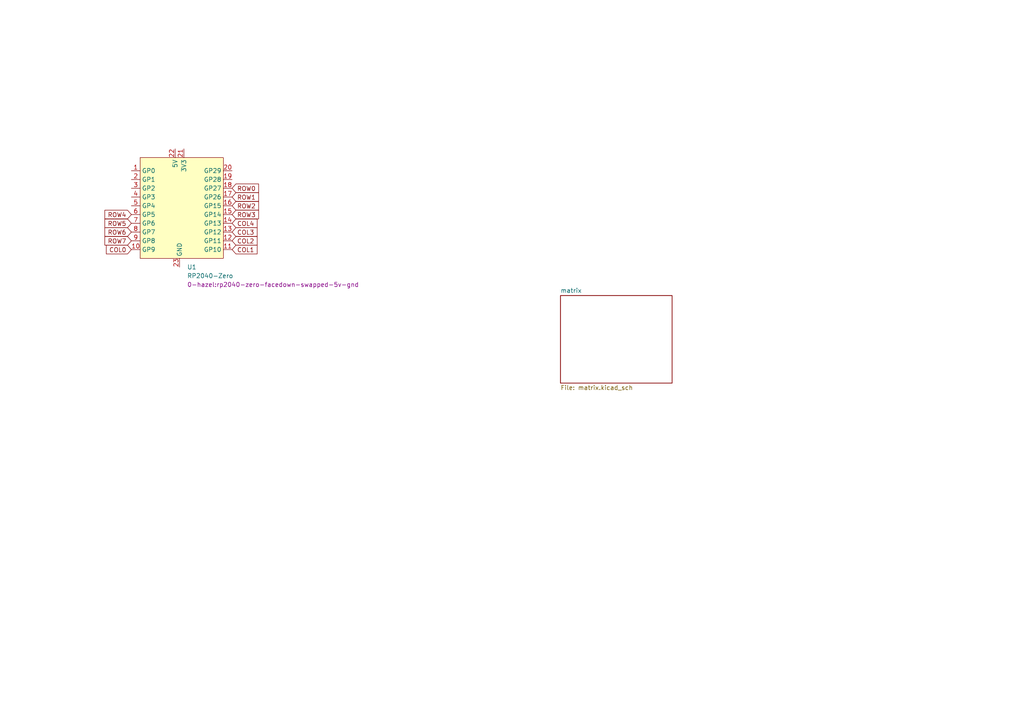
<source format=kicad_sch>
(kicad_sch (version 20230121) (generator eeschema)

  (uuid bcf08c00-9729-48c6-a1d1-fd61a92f814c)

  (paper "A4")

  (lib_symbols
    (symbol "rp2040-zero:RP2040-Zero" (in_bom yes) (on_board yes)
      (property "Reference" "RZ" (at 0 0 0)
        (effects (font (size 1.27 1.27)))
      )
      (property "Value" "RP2040-Zero" (at 0 -2.54 0)
        (effects (font (size 1.27 1.27)))
      )
      (property "Footprint" "RP2040-Zero:RP2040-Zero" (at 0 0 0)
        (effects (font (size 1.27 1.27)))
      )
      (property "Datasheet" "" (at 0 0 0)
        (effects (font (size 1.27 1.27)) hide)
      )
      (symbol "RP2040-Zero_0_1"
        (rectangle (start -11.43 -15.24) (end 12.7 13.97)
          (stroke (width 0) (type default))
          (fill (type background))
        )
      )
      (symbol "RP2040-Zero_1_1"
        (pin bidirectional line (at -13.97 10.16 0) (length 2.54)
          (name "GP0" (effects (font (size 1.27 1.27))))
          (number "1" (effects (font (size 1.27 1.27))))
        )
        (pin bidirectional line (at -13.97 -12.7 0) (length 2.54)
          (name "GP9" (effects (font (size 1.27 1.27))))
          (number "10" (effects (font (size 1.27 1.27))))
        )
        (pin bidirectional line (at 15.24 -12.7 180) (length 2.54)
          (name "GP10" (effects (font (size 1.27 1.27))))
          (number "11" (effects (font (size 1.27 1.27))))
        )
        (pin bidirectional line (at 15.24 -10.16 180) (length 2.54)
          (name "GP11" (effects (font (size 1.27 1.27))))
          (number "12" (effects (font (size 1.27 1.27))))
        )
        (pin bidirectional line (at 15.24 -7.62 180) (length 2.54)
          (name "GP12" (effects (font (size 1.27 1.27))))
          (number "13" (effects (font (size 1.27 1.27))))
        )
        (pin bidirectional line (at 15.24 -5.08 180) (length 2.54)
          (name "GP13" (effects (font (size 1.27 1.27))))
          (number "14" (effects (font (size 1.27 1.27))))
        )
        (pin bidirectional line (at 15.24 -2.54 180) (length 2.54)
          (name "GP14" (effects (font (size 1.27 1.27))))
          (number "15" (effects (font (size 1.27 1.27))))
        )
        (pin bidirectional line (at 15.24 0 180) (length 2.54)
          (name "GP15" (effects (font (size 1.27 1.27))))
          (number "16" (effects (font (size 1.27 1.27))))
        )
        (pin bidirectional line (at 15.24 2.54 180) (length 2.54)
          (name "GP26" (effects (font (size 1.27 1.27))))
          (number "17" (effects (font (size 1.27 1.27))))
        )
        (pin bidirectional line (at 15.24 5.08 180) (length 2.54)
          (name "GP27" (effects (font (size 1.27 1.27))))
          (number "18" (effects (font (size 1.27 1.27))))
        )
        (pin bidirectional line (at 15.24 7.62 180) (length 2.54)
          (name "GP28" (effects (font (size 1.27 1.27))))
          (number "19" (effects (font (size 1.27 1.27))))
        )
        (pin bidirectional line (at -13.97 7.62 0) (length 2.54)
          (name "GP1" (effects (font (size 1.27 1.27))))
          (number "2" (effects (font (size 1.27 1.27))))
        )
        (pin bidirectional line (at 15.24 10.16 180) (length 2.54)
          (name "GP29" (effects (font (size 1.27 1.27))))
          (number "20" (effects (font (size 1.27 1.27))))
        )
        (pin power_in line (at 1.27 16.51 270) (length 2.54)
          (name "3V3" (effects (font (size 1.27 1.27))))
          (number "21" (effects (font (size 1.27 1.27))))
        )
        (pin power_in line (at -1.27 16.51 270) (length 2.54)
          (name "5V" (effects (font (size 1.27 1.27))))
          (number "22" (effects (font (size 1.27 1.27))))
        )
        (pin power_in line (at 0 -17.78 90) (length 2.54)
          (name "GND" (effects (font (size 1.27 1.27))))
          (number "23" (effects (font (size 1.27 1.27))))
        )
        (pin bidirectional line (at -13.97 5.08 0) (length 2.54)
          (name "GP2" (effects (font (size 1.27 1.27))))
          (number "3" (effects (font (size 1.27 1.27))))
        )
        (pin bidirectional line (at -13.97 2.54 0) (length 2.54)
          (name "GP3" (effects (font (size 1.27 1.27))))
          (number "4" (effects (font (size 1.27 1.27))))
        )
        (pin bidirectional line (at -13.97 0 0) (length 2.54)
          (name "GP4" (effects (font (size 1.27 1.27))))
          (number "5" (effects (font (size 1.27 1.27))))
        )
        (pin bidirectional line (at -13.97 -2.54 0) (length 2.54)
          (name "GP5" (effects (font (size 1.27 1.27))))
          (number "6" (effects (font (size 1.27 1.27))))
        )
        (pin bidirectional line (at -13.97 -5.08 0) (length 2.54)
          (name "GP6" (effects (font (size 1.27 1.27))))
          (number "7" (effects (font (size 1.27 1.27))))
        )
        (pin bidirectional line (at -13.97 -7.62 0) (length 2.54)
          (name "GP7" (effects (font (size 1.27 1.27))))
          (number "8" (effects (font (size 1.27 1.27))))
        )
        (pin bidirectional line (at -13.97 -10.16 0) (length 2.54)
          (name "GP8" (effects (font (size 1.27 1.27))))
          (number "9" (effects (font (size 1.27 1.27))))
        )
      )
    )
  )


  (global_label "ROW7" (shape input) (at 38.1 69.85 180) (fields_autoplaced)
    (effects (font (size 1.27 1.27)) (justify right))
    (uuid 2598daab-3c2a-439c-abca-b83a3e8e1751)
    (property "Intersheetrefs" "${INTERSHEET_REFS}" (at 29.8534 69.85 0)
      (effects (font (size 1.27 1.27)) (justify right) hide)
    )
  )
  (global_label "COL0" (shape input) (at 38.1 72.39 180) (fields_autoplaced)
    (effects (font (size 1.27 1.27)) (justify right))
    (uuid 3df42235-5e1c-4aba-b2c9-3912ee76b568)
    (property "Intersheetrefs" "${INTERSHEET_REFS}" (at 30.2767 72.39 0)
      (effects (font (size 1.27 1.27)) (justify right) hide)
    )
  )
  (global_label "ROW3" (shape input) (at 67.31 62.23 0) (fields_autoplaced)
    (effects (font (size 1.27 1.27)) (justify left))
    (uuid 4d1028a7-0921-4f77-b2fc-ac4b5859a850)
    (property "Intersheetrefs" "${INTERSHEET_REFS}" (at 75.5566 62.23 0)
      (effects (font (size 1.27 1.27)) (justify left) hide)
    )
  )
  (global_label "COL4" (shape input) (at 67.31 64.77 0) (fields_autoplaced)
    (effects (font (size 1.27 1.27)) (justify left))
    (uuid 52b3911d-4812-48e4-9bd5-8ce3db91761f)
    (property "Intersheetrefs" "${INTERSHEET_REFS}" (at 75.1333 64.77 0)
      (effects (font (size 1.27 1.27)) (justify left) hide)
    )
  )
  (global_label "COL1" (shape input) (at 67.31 72.39 0) (fields_autoplaced)
    (effects (font (size 1.27 1.27)) (justify left))
    (uuid 62d36395-d8de-456f-bbba-5aaa8902e580)
    (property "Intersheetrefs" "${INTERSHEET_REFS}" (at 75.1333 72.39 0)
      (effects (font (size 1.27 1.27)) (justify left) hide)
    )
  )
  (global_label "ROW5" (shape input) (at 38.1 64.77 180) (fields_autoplaced)
    (effects (font (size 1.27 1.27)) (justify right))
    (uuid 81709f2a-1620-4b4f-bbd7-47d738229b9d)
    (property "Intersheetrefs" "${INTERSHEET_REFS}" (at 29.8534 64.77 0)
      (effects (font (size 1.27 1.27)) (justify right) hide)
    )
  )
  (global_label "ROW2" (shape input) (at 67.31 59.69 0) (fields_autoplaced)
    (effects (font (size 1.27 1.27)) (justify left))
    (uuid 8297ec54-489b-4e0c-9ccc-9ffc130ba9e1)
    (property "Intersheetrefs" "${INTERSHEET_REFS}" (at 75.5566 59.69 0)
      (effects (font (size 1.27 1.27)) (justify left) hide)
    )
  )
  (global_label "ROW0" (shape input) (at 67.31 54.61 0) (fields_autoplaced)
    (effects (font (size 1.27 1.27)) (justify left))
    (uuid 885a4e82-1d46-41af-803d-97737169e0c3)
    (property "Intersheetrefs" "${INTERSHEET_REFS}" (at 75.5566 54.61 0)
      (effects (font (size 1.27 1.27)) (justify left) hide)
    )
  )
  (global_label "ROW1" (shape input) (at 67.31 57.15 0) (fields_autoplaced)
    (effects (font (size 1.27 1.27)) (justify left))
    (uuid 8d768e07-e968-4fa5-8479-38d8462b307e)
    (property "Intersheetrefs" "${INTERSHEET_REFS}" (at 75.5566 57.15 0)
      (effects (font (size 1.27 1.27)) (justify left) hide)
    )
  )
  (global_label "COL2" (shape input) (at 67.31 69.85 0) (fields_autoplaced)
    (effects (font (size 1.27 1.27)) (justify left))
    (uuid ccabf1d6-30bb-4c7e-bed6-262b90eaf863)
    (property "Intersheetrefs" "${INTERSHEET_REFS}" (at 75.1333 69.85 0)
      (effects (font (size 1.27 1.27)) (justify left) hide)
    )
  )
  (global_label "ROW4" (shape input) (at 38.1 62.23 180) (fields_autoplaced)
    (effects (font (size 1.27 1.27)) (justify right))
    (uuid d1ce91c9-d256-451f-a4a6-0db5cfa38689)
    (property "Intersheetrefs" "${INTERSHEET_REFS}" (at 29.8534 62.23 0)
      (effects (font (size 1.27 1.27)) (justify right) hide)
    )
  )
  (global_label "COL3" (shape input) (at 67.31 67.31 0) (fields_autoplaced)
    (effects (font (size 1.27 1.27)) (justify left))
    (uuid e9c1a87f-15c3-42af-bd93-3c3e63c8fd39)
    (property "Intersheetrefs" "${INTERSHEET_REFS}" (at 75.1333 67.31 0)
      (effects (font (size 1.27 1.27)) (justify left) hide)
    )
  )
  (global_label "ROW6" (shape input) (at 38.1 67.31 180) (fields_autoplaced)
    (effects (font (size 1.27 1.27)) (justify right))
    (uuid f79a88f9-7481-4dd7-952b-d2dd325ec6d1)
    (property "Intersheetrefs" "${INTERSHEET_REFS}" (at 29.8534 67.31 0)
      (effects (font (size 1.27 1.27)) (justify right) hide)
    )
  )

  (symbol (lib_id "rp2040-zero:RP2040-Zero") (at 52.07 59.69 0) (unit 1)
    (in_bom yes) (on_board yes) (dnp no) (fields_autoplaced)
    (uuid 4b58ba94-47b9-432c-9e0f-84817bddf4e5)
    (property "Reference" "U1" (at 54.2641 77.47 0)
      (effects (font (size 1.27 1.27)) (justify left))
    )
    (property "Value" "RP2040-Zero" (at 54.2641 80.01 0)
      (effects (font (size 1.27 1.27)) (justify left))
    )
    (property "Footprint" "0-hazel:rp2040-zero-facedown-swapped-5v-gnd" (at 54.2641 82.55 0)
      (effects (font (size 1.27 1.27)) (justify left))
    )
    (property "Datasheet" "" (at 52.07 59.69 0)
      (effects (font (size 1.27 1.27)) hide)
    )
    (pin "1" (uuid e52964a7-74a4-437e-a0b6-0069fdaba4db))
    (pin "10" (uuid f30232f7-62c5-49c9-9ba6-ba8e66ea8069))
    (pin "11" (uuid ca19ada4-ecab-40fb-a66c-b6e751261a17))
    (pin "12" (uuid 53ee92f9-2302-44e9-ba1c-721eef00c935))
    (pin "13" (uuid 70d2e77f-31ef-4d93-9a7d-b1262a925617))
    (pin "14" (uuid a90f885f-9e59-4483-a550-8dabd09aef8a))
    (pin "15" (uuid e15cfe57-4b93-4162-a9fe-820dcd444542))
    (pin "16" (uuid 5da78dd3-68b8-4526-8fac-d53f425fb8cc))
    (pin "17" (uuid dc7dd01d-c5eb-4ea4-b471-0da2804569ee))
    (pin "18" (uuid 6094fda2-efad-4b66-af43-17a70fa83610))
    (pin "19" (uuid 211317fc-cfa2-429b-aa54-fe2f37fdd5ae))
    (pin "2" (uuid 3f2a9220-e92b-4bc4-b946-a5d5d24d81cb))
    (pin "20" (uuid a1cc7a5b-6d33-4a2d-bcc3-14a5832f5c26))
    (pin "21" (uuid e09cf7a2-a724-4fa9-a2ff-7c3d415c609a))
    (pin "22" (uuid ee599c69-4344-4c5d-aca1-21e024b0016f))
    (pin "23" (uuid 0f5264ef-8927-472a-b8e5-2b27253bc3f5))
    (pin "3" (uuid 79a50507-2adb-42c7-8446-0907d394ee05))
    (pin "4" (uuid 759dfade-d3e9-42af-8cc5-356b9675a3ae))
    (pin "5" (uuid aab09ed1-cbe6-4ea5-980d-23c5dc8458dd))
    (pin "6" (uuid 5d506dac-33fe-48ec-b943-bafd49d9043e))
    (pin "7" (uuid 4090d965-d613-48fe-88d4-d6ed49d9b069))
    (pin "8" (uuid 210c994c-bacf-4e25-8602-39477428669a))
    (pin "9" (uuid 8c2dfc2e-c5b8-4c2f-89e8-165490a61cdb))
    (instances
      (project "bw2"
        (path "/bcf08c00-9729-48c6-a1d1-fd61a92f814c"
          (reference "U1") (unit 1)
        )
      )
    )
  )

  (sheet (at 162.56 85.725) (size 32.385 25.4) (fields_autoplaced)
    (stroke (width 0.1524) (type solid))
    (fill (color 0 0 0 0.0000))
    (uuid 05931c95-a9e7-464b-bc2a-a1adbf6ee993)
    (property "Sheetname" "matrix" (at 162.56 85.0134 0)
      (effects (font (size 1.27 1.27)) (justify left bottom))
    )
    (property "Sheetfile" "matrix.kicad_sch" (at 162.56 111.7096 0)
      (effects (font (size 1.27 1.27)) (justify left top))
    )
    (instances
      (project "bw2"
        (path "/bcf08c00-9729-48c6-a1d1-fd61a92f814c" (page "3"))
      )
    )
  )

  (sheet_instances
    (path "/" (page "1"))
  )
)

</source>
